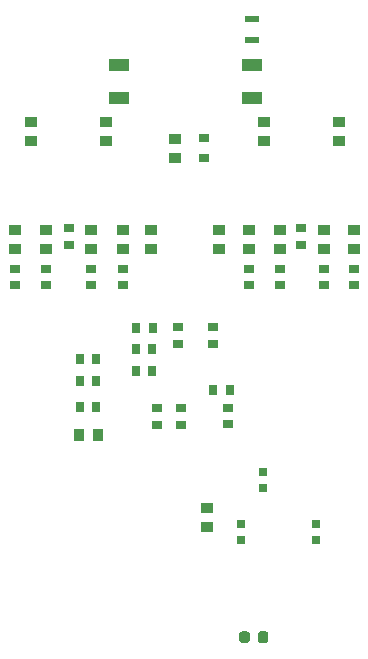
<source format=gbp>
G04 #@! TF.GenerationSoftware,KiCad,Pcbnew,(5.1.5)-3*
G04 #@! TF.CreationDate,2020-07-08T18:31:05-03:00*
G04 #@! TF.ProjectId,EEN60002020,45454e36-3030-4303-9230-32302e6b6963,rev?*
G04 #@! TF.SameCoordinates,Original*
G04 #@! TF.FileFunction,Paste,Bot*
G04 #@! TF.FilePolarity,Positive*
%FSLAX46Y46*%
G04 Gerber Fmt 4.6, Leading zero omitted, Abs format (unit mm)*
G04 Created by KiCad (PCBNEW (5.1.5)-3) date 2020-07-08 18:31:05*
%MOMM*%
%LPD*%
G04 APERTURE LIST*
%ADD10C,0.100000*%
%ADD11R,1.000000X0.900000*%
%ADD12R,1.250000X0.600000*%
%ADD13R,1.820000X1.020000*%
%ADD14R,0.940000X0.750000*%
%ADD15R,0.900000X1.000000*%
%ADD16R,0.939800X0.762000*%
%ADD17R,0.700000X0.650000*%
%ADD18R,0.750000X0.940000*%
G04 APERTURE END LIST*
D10*
G36*
X158685491Y-117001053D02*
G01*
X158706726Y-117004203D01*
X158727550Y-117009419D01*
X158747762Y-117016651D01*
X158767168Y-117025830D01*
X158785581Y-117036866D01*
X158802824Y-117049654D01*
X158818730Y-117064070D01*
X158833146Y-117079976D01*
X158845934Y-117097219D01*
X158856970Y-117115632D01*
X158866149Y-117135038D01*
X158873381Y-117155250D01*
X158878597Y-117176074D01*
X158881747Y-117197309D01*
X158882800Y-117218750D01*
X158882800Y-117731250D01*
X158881747Y-117752691D01*
X158878597Y-117773926D01*
X158873381Y-117794750D01*
X158866149Y-117814962D01*
X158856970Y-117834368D01*
X158845934Y-117852781D01*
X158833146Y-117870024D01*
X158818730Y-117885930D01*
X158802824Y-117900346D01*
X158785581Y-117913134D01*
X158767168Y-117924170D01*
X158747762Y-117933349D01*
X158727550Y-117940581D01*
X158706726Y-117945797D01*
X158685491Y-117948947D01*
X158664050Y-117950000D01*
X158226550Y-117950000D01*
X158205109Y-117948947D01*
X158183874Y-117945797D01*
X158163050Y-117940581D01*
X158142838Y-117933349D01*
X158123432Y-117924170D01*
X158105019Y-117913134D01*
X158087776Y-117900346D01*
X158071870Y-117885930D01*
X158057454Y-117870024D01*
X158044666Y-117852781D01*
X158033630Y-117834368D01*
X158024451Y-117814962D01*
X158017219Y-117794750D01*
X158012003Y-117773926D01*
X158008853Y-117752691D01*
X158007800Y-117731250D01*
X158007800Y-117218750D01*
X158008853Y-117197309D01*
X158012003Y-117176074D01*
X158017219Y-117155250D01*
X158024451Y-117135038D01*
X158033630Y-117115632D01*
X158044666Y-117097219D01*
X158057454Y-117079976D01*
X158071870Y-117064070D01*
X158087776Y-117049654D01*
X158105019Y-117036866D01*
X158123432Y-117025830D01*
X158142838Y-117016651D01*
X158163050Y-117009419D01*
X158183874Y-117004203D01*
X158205109Y-117001053D01*
X158226550Y-117000000D01*
X158664050Y-117000000D01*
X158685491Y-117001053D01*
G37*
G36*
X157110491Y-117001053D02*
G01*
X157131726Y-117004203D01*
X157152550Y-117009419D01*
X157172762Y-117016651D01*
X157192168Y-117025830D01*
X157210581Y-117036866D01*
X157227824Y-117049654D01*
X157243730Y-117064070D01*
X157258146Y-117079976D01*
X157270934Y-117097219D01*
X157281970Y-117115632D01*
X157291149Y-117135038D01*
X157298381Y-117155250D01*
X157303597Y-117176074D01*
X157306747Y-117197309D01*
X157307800Y-117218750D01*
X157307800Y-117731250D01*
X157306747Y-117752691D01*
X157303597Y-117773926D01*
X157298381Y-117794750D01*
X157291149Y-117814962D01*
X157281970Y-117834368D01*
X157270934Y-117852781D01*
X157258146Y-117870024D01*
X157243730Y-117885930D01*
X157227824Y-117900346D01*
X157210581Y-117913134D01*
X157192168Y-117924170D01*
X157172762Y-117933349D01*
X157152550Y-117940581D01*
X157131726Y-117945797D01*
X157110491Y-117948947D01*
X157089050Y-117950000D01*
X156651550Y-117950000D01*
X156630109Y-117948947D01*
X156608874Y-117945797D01*
X156588050Y-117940581D01*
X156567838Y-117933349D01*
X156548432Y-117924170D01*
X156530019Y-117913134D01*
X156512776Y-117900346D01*
X156496870Y-117885930D01*
X156482454Y-117870024D01*
X156469666Y-117852781D01*
X156458630Y-117834368D01*
X156449451Y-117814962D01*
X156442219Y-117794750D01*
X156437003Y-117773926D01*
X156433853Y-117752691D01*
X156432800Y-117731250D01*
X156432800Y-117218750D01*
X156433853Y-117197309D01*
X156437003Y-117176074D01*
X156442219Y-117155250D01*
X156449451Y-117135038D01*
X156458630Y-117115632D01*
X156469666Y-117097219D01*
X156482454Y-117079976D01*
X156496870Y-117064070D01*
X156512776Y-117049654D01*
X156530019Y-117036866D01*
X156548432Y-117025830D01*
X156567838Y-117016651D01*
X156588050Y-117009419D01*
X156608874Y-117004203D01*
X156630109Y-117001053D01*
X156651550Y-117000000D01*
X157089050Y-117000000D01*
X157110491Y-117001053D01*
G37*
D11*
X153670000Y-108165800D03*
X153670000Y-106565800D03*
D12*
X157480000Y-66940000D03*
X157480000Y-65140000D03*
D13*
X146278600Y-69021500D03*
X146278600Y-71821500D03*
X157480000Y-69021500D03*
X157480000Y-71821500D03*
D14*
X141986000Y-84245000D03*
X141986000Y-82845000D03*
X161671000Y-84245000D03*
X161671000Y-82845000D03*
X146558000Y-86295000D03*
X146558000Y-87695000D03*
X157226000Y-86295000D03*
X157226000Y-87695000D03*
X143891000Y-86295000D03*
X143891000Y-87695000D03*
X159893000Y-86295000D03*
X159893000Y-87695000D03*
X140081000Y-86295000D03*
X140081000Y-87695000D03*
X163576000Y-86295000D03*
X163576000Y-87695000D03*
X137414000Y-86295000D03*
X137414000Y-87695000D03*
X166116000Y-86295000D03*
X166116000Y-87695000D03*
X151231600Y-91222600D03*
X151231600Y-92622600D03*
X154203400Y-91222600D03*
X154203400Y-92622600D03*
D11*
X138811000Y-73876000D03*
X138811000Y-75476000D03*
X158496000Y-73876000D03*
X158496000Y-75476000D03*
X145161000Y-75476000D03*
X145161000Y-73876000D03*
X164846000Y-73876000D03*
X164846000Y-75476000D03*
X148971000Y-84620000D03*
X148971000Y-83020000D03*
X154686000Y-84620000D03*
X154686000Y-83020000D03*
X146558000Y-84620000D03*
X146558000Y-83020000D03*
X166116000Y-84620000D03*
X166116000Y-83020000D03*
X143891000Y-84620000D03*
X143891000Y-83020000D03*
X163576000Y-84620000D03*
X163576000Y-83020000D03*
X140081000Y-84620000D03*
X140081000Y-83020000D03*
X159893000Y-84620000D03*
X159893000Y-83020000D03*
X137414000Y-84620000D03*
X137414000Y-83020000D03*
X157226000Y-84620000D03*
X157226000Y-83020000D03*
D15*
X144487800Y-100355400D03*
X142887800Y-100355400D03*
D16*
X153416000Y-76911200D03*
X153416000Y-75234800D03*
D11*
X151003000Y-76873000D03*
X151003000Y-75273000D03*
D17*
X156591000Y-109260000D03*
X156591000Y-107910000D03*
X158445200Y-104815000D03*
X158445200Y-103465000D03*
X162941000Y-107910000D03*
X162941000Y-109260000D03*
D14*
X155511500Y-98041000D03*
X155511500Y-99441000D03*
D18*
X155640000Y-96520000D03*
X154240000Y-96520000D03*
D14*
X149479000Y-99506000D03*
X149479000Y-98106000D03*
X151511000Y-99506000D03*
X151511000Y-98106000D03*
D18*
X144303300Y-98018600D03*
X142903300Y-98018600D03*
X147686800Y-91313000D03*
X149086800Y-91313000D03*
X144303300Y-95808800D03*
X142903300Y-95808800D03*
X147674100Y-94970600D03*
X149074100Y-94970600D03*
X144303300Y-93903800D03*
X142903300Y-93903800D03*
X147674100Y-93116400D03*
X149074100Y-93116400D03*
M02*

</source>
